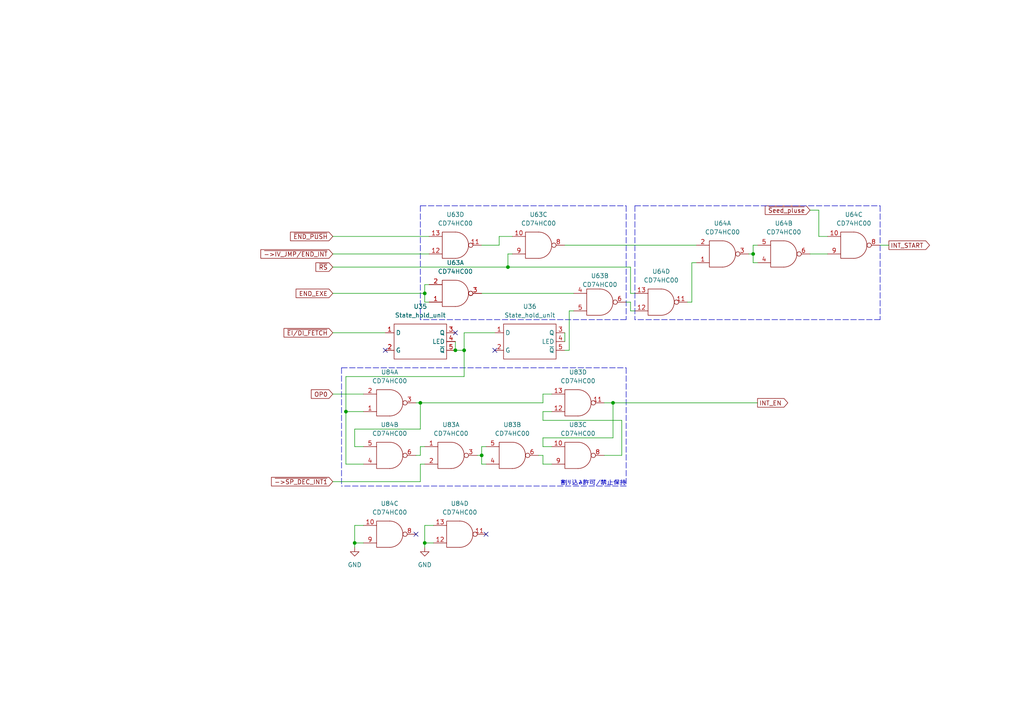
<source format=kicad_sch>
(kicad_sch (version 20211123) (generator eeschema)
  (paper "A4")
  (lib_symbols
    (symbol "CD74HCXX:CD74HC00" (pin_names (offset 0.762))
      (property "Reference" "U" (at -2.54 6.985 0))
      (property "Value" "CD74HC00" (at 1.27 5.08 0))
      (symbol "CD74HC00_0_0"
        (pin power_in line (at -2.54 2.54 0) (length 0) hide (name "VCC") (number "14"))
        (pin power_in line (at -2.54 -2.54 0) (length 0) hide (name "GND") (number "7"))
      )
      (symbol "CD74HC00_0_1"
        (arc (start 0 -3.81) (mid 3.81 0) (end 0 3.81))
        (polyline (pts (xy 0 3.81) (xy -3.81 3.81) (xy -3.81 -3.81) (xy 0 -3.81)))
      )
      (symbol "CD74HC00_0_2"
        (arc (start -4.445 -3.81) (mid -3.175 0) (end -4.445 3.81))
        (arc (start -3.175 -3.81) (mid 0.803 -2.7954) (end 3.81 0))
        (polyline (pts (xy -4.445 -3.81) (xy -3.175 -3.81)))
        (polyline (pts (xy -4.445 3.81) (xy -3.175 3.81)))
        (arc (start 3.81 0) (mid 0.8099 2.8117) (end -3.175 3.81))
      )
      (symbol "CD74HC00_1_1"
        (pin input line (at -7.62 2.54 0) (length 3.81) (name "~") (number "1"))
        (pin input line (at -7.62 -2.54 0) (length 3.81) (name "~") (number "2"))
        (pin output inverted (at 7.62 0 180) (length 3.81) (name "~") (number "3"))
      )
      (symbol "CD74HC00_1_2"
        (pin input inverted (at -7.62 2.54 0) (length 3.81) (name "~") (number "1"))
        (pin input inverted (at -7.62 -2.54 0) (length 3.81) (name "~") (number "2"))
        (pin output line (at 7.62 0 180) (length 3.81) (name "~") (number "3"))
      )
      (symbol "CD74HC00_2_1"
        (pin input line (at -7.62 2.54 0) (length 3.81) (name "~") (number "4"))
        (pin input line (at -7.62 -2.54 0) (length 3.81) (name "~") (number "5"))
        (pin output inverted (at 7.62 0 180) (length 3.81) (name "~") (number "6"))
      )
      (symbol "CD74HC00_2_2"
        (pin input inverted (at -7.62 2.54 0) (length 3.81) (name "~") (number "4"))
        (pin input inverted (at -7.62 -2.54 0) (length 3.81) (name "~") (number "5"))
        (pin output line (at 7.62 0 180) (length 3.81) (name "~") (number "6"))
      )
      (symbol "CD74HC00_3_1"
        (pin input line (at -7.62 -2.54 0) (length 3.81) (name "~") (number "10"))
        (pin output inverted (at 7.62 0 180) (length 3.81) (name "~") (number "8"))
        (pin input line (at -7.62 2.54 0) (length 3.81) (name "~") (number "9"))
      )
      (symbol "CD74HC00_3_2"
        (pin input inverted (at -7.62 -2.54 0) (length 3.81) (name "~") (number "10"))
        (pin output line (at 7.62 0 180) (length 3.81) (name "~") (number "8"))
        (pin input inverted (at -7.62 2.54 0) (length 3.81) (name "~") (number "9"))
      )
      (symbol "CD74HC00_4_1"
        (pin output inverted (at 7.62 0 180) (length 3.81) (name "~") (number "11"))
        (pin input line (at -7.62 2.54 0) (length 3.81) (name "~") (number "12"))
        (pin input line (at -7.62 -2.54 0) (length 3.81) (name "~") (number "13"))
      )
      (symbol "CD74HC00_4_2"
        (pin output line (at 7.62 0 180) (length 3.81) (name "~") (number "11"))
        (pin input inverted (at -7.62 2.54 0) (length 3.81) (name "~") (number "12"))
        (pin input inverted (at -7.62 -2.54 0) (length 3.81) (name "~") (number "13"))
      )
    )
    (symbol "State_hold_unit:State_hold_unit"
      (property "Reference" "U" (at 0 0 0))
      (property "Value" "State_hold_unit" (at 0 -12.7 0))
      (symbol "State_hold_unit_0_1"
        (rectangle (start -7.62 -1.27) (end 7.62 -11.43))
      )
      (symbol "State_hold_unit_1_1"
        (pin input line (at -10.16 -3.81 0) (length 2.54) (name "D") (number "1"))
        (pin input line (at -10.16 -8.89 0) (length 2.54) (name "G") (number "2"))
        (pin output line (at 10.16 -3.81 180) (length 2.54) (name "Q") (number "3"))
        (pin input line (at 10.16 -6.35 180) (length 2.54) (name "LED") (number "4"))
        (pin output line (at 10.16 -8.89 180) (length 2.54) (name "~{Q}") (number "5"))
      )
    )
    (symbol "power:GND" (power) (pin_names (offset 0))
      (property "Value" "GND" (at 0 -3.81 0))
      (symbol "GND_0_1"
        (polyline (pts (xy 0 0) (xy 0 -1.27) (xy 1.27 -1.27) (xy 0 -2.54) (xy -1.27 -1.27) (xy 0 -1.27)))
      )
      (symbol "GND_1_1"
        (pin power_in line (at 0 0 270) (length 0) hide (name "GND") (number "1"))
      )
    )
  )
  (junction (at 123.19 85.09))
  (junction (at 218.44 73.66))
  (junction (at 102.87 157.48))
  (junction (at 100.33 119.38))
  (junction (at 123.19 157.48))
  (junction (at 121.92 116.84))
  (junction (at 147.32 77.47))
  (junction (at 134.62 101.6))
  (junction (at 139.7 132.08))
  (junction (at 177.8 116.84))
  (junction (at 132.08 101.6))
  (no_connect (at 132.08 96.52))
  (no_connect (at 120.65 154.94))
  (no_connect (at 111.76 101.6))
  (no_connect (at 143.51 101.6))
  (no_connect (at 140.97 154.94))
  (wire (pts (xy 120.65 132.08) (xy 121.92 132.08)))
  (wire (pts (xy 102.87 157.48) (xy 105.41 157.48)))
  (wire (pts (xy 96.52 96.52) (xy 111.76 96.52)))
  (polyline (pts (xy 184.15 59.69) (xy 184.15 92.71)))
  (wire (pts (xy 120.65 116.84) (xy 121.92 116.84)))
  (wire (pts (xy 134.62 96.52) (xy 143.51 96.52)))
  (polyline (pts (xy 99.06 106.68) (xy 99.06 140.97)))
  (wire (pts (xy 123.19 157.48) (xy 125.73 157.48)))
  (wire (pts (xy 147.32 73.66) (xy 147.32 77.47)))
  (wire (pts (xy 121.92 134.62) (xy 121.92 139.7)))
  (wire (pts (xy 182.88 85.09) (xy 184.15 85.09)))
  (wire (pts (xy 182.88 90.17) (xy 182.88 87.63)))
  (wire (pts (xy 165.1 101.6) (xy 165.1 90.17)))
  (polyline (pts (xy 181.61 140.97) (xy 99.06 140.97)))
  (wire (pts (xy 132.08 99.06) (xy 132.08 101.6)))
  (wire (pts (xy 148.59 73.66) (xy 147.32 73.66)))
  (wire (pts (xy 96.52 114.3) (xy 105.41 114.3)))
  (wire (pts (xy 177.8 127) (xy 157.48 127)))
  (wire (pts (xy 140.97 134.62) (xy 139.7 134.62)))
  (wire (pts (xy 181.61 87.63) (xy 182.88 87.63)))
  (wire (pts (xy 257.81 71.12) (xy 255.27 71.12)))
  (wire (pts (xy 121.92 124.46) (xy 121.92 116.84)))
  (wire (pts (xy 123.19 158.75) (xy 123.19 157.48)))
  (wire (pts (xy 123.19 87.63) (xy 123.19 85.09)))
  (polyline (pts (xy 181.61 59.69) (xy 181.61 92.71)))
  (wire (pts (xy 175.26 116.84) (xy 177.8 116.84)))
  (wire (pts (xy 123.19 152.4) (xy 125.73 152.4)))
  (wire (pts (xy 123.19 157.48) (xy 123.19 152.4)))
  (wire (pts (xy 157.48 132.08) (xy 157.48 134.62)))
  (wire (pts (xy 96.52 77.47) (xy 147.32 77.47)))
  (wire (pts (xy 184.15 90.17) (xy 182.88 90.17)))
  (polyline (pts (xy 255.27 59.69) (xy 255.27 92.71)))
  (wire (pts (xy 121.92 116.84) (xy 157.48 116.84)))
  (wire (pts (xy 157.48 116.84) (xy 157.48 114.3)))
  (wire (pts (xy 237.49 60.96) (xy 237.49 68.58)))
  (wire (pts (xy 180.34 121.92) (xy 180.34 132.08)))
  (wire (pts (xy 144.78 68.58) (xy 148.59 68.58)))
  (wire (pts (xy 102.87 152.4) (xy 105.41 152.4)))
  (wire (pts (xy 139.7 129.54) (xy 140.97 129.54)))
  (wire (pts (xy 157.48 114.3) (xy 160.02 114.3)))
  (wire (pts (xy 163.83 71.12) (xy 201.93 71.12)))
  (wire (pts (xy 240.03 73.66) (xy 234.95 73.66)))
  (wire (pts (xy 157.48 134.62) (xy 160.02 134.62)))
  (wire (pts (xy 218.44 73.66) (xy 218.44 71.12)))
  (wire (pts (xy 123.19 85.09) (xy 123.19 82.55)))
  (wire (pts (xy 219.71 76.2) (xy 218.44 76.2)))
  (wire (pts (xy 100.33 109.22) (xy 100.33 119.38)))
  (wire (pts (xy 96.52 85.09) (xy 123.19 85.09)))
  (wire (pts (xy 102.87 158.75) (xy 102.87 157.48)))
  (wire (pts (xy 96.52 68.58) (xy 124.46 68.58)))
  (polyline (pts (xy 99.06 106.68) (xy 181.61 106.68)))
  (wire (pts (xy 121.92 132.08) (xy 121.92 129.54)))
  (wire (pts (xy 134.62 101.6) (xy 134.62 96.52)))
  (wire (pts (xy 124.46 87.63) (xy 123.19 87.63)))
  (wire (pts (xy 105.41 119.38) (xy 100.33 119.38)))
  (wire (pts (xy 218.44 71.12) (xy 219.71 71.12)))
  (wire (pts (xy 182.88 77.47) (xy 182.88 85.09)))
  (wire (pts (xy 165.1 90.17) (xy 166.37 90.17)))
  (wire (pts (xy 134.62 101.6) (xy 134.62 109.22)))
  (polyline (pts (xy 184.15 59.69) (xy 255.27 59.69)))
  (wire (pts (xy 163.83 101.6) (xy 165.1 101.6)))
  (polyline (pts (xy 121.92 59.69) (xy 121.92 92.71)))
  (wire (pts (xy 200.66 87.63) (xy 200.66 76.2)))
  (wire (pts (xy 156.21 132.08) (xy 157.48 132.08)))
  (wire (pts (xy 139.7 71.12) (xy 144.78 71.12)))
  (polyline (pts (xy 181.61 92.71) (xy 121.92 92.71)))
  (wire (pts (xy 218.44 76.2) (xy 218.44 73.66)))
  (wire (pts (xy 102.87 157.48) (xy 102.87 152.4)))
  (wire (pts (xy 157.48 121.92) (xy 180.34 121.92)))
  (wire (pts (xy 177.8 116.84) (xy 219.71 116.84)))
  (wire (pts (xy 102.87 124.46) (xy 121.92 124.46)))
  (polyline (pts (xy 121.92 59.69) (xy 181.61 59.69)))
  (polyline (pts (xy 255.27 92.71) (xy 184.15 92.71)))
  (wire (pts (xy 160.02 119.38) (xy 157.48 119.38)))
  (wire (pts (xy 96.52 139.7) (xy 121.92 139.7)))
  (wire (pts (xy 132.08 101.6) (xy 134.62 101.6)))
  (wire (pts (xy 100.33 119.38) (xy 100.33 134.62)))
  (wire (pts (xy 138.43 132.08) (xy 139.7 132.08)))
  (wire (pts (xy 100.33 134.62) (xy 105.41 134.62)))
  (wire (pts (xy 199.39 87.63) (xy 200.66 87.63)))
  (wire (pts (xy 102.87 129.54) (xy 102.87 124.46)))
  (wire (pts (xy 177.8 116.84) (xy 177.8 127)))
  (wire (pts (xy 237.49 68.58) (xy 240.03 68.58)))
  (wire (pts (xy 123.19 82.55) (xy 124.46 82.55)))
  (wire (pts (xy 157.48 127) (xy 157.48 129.54)))
  (wire (pts (xy 134.62 109.22) (xy 100.33 109.22)))
  (wire (pts (xy 139.7 85.09) (xy 166.37 85.09)))
  (wire (pts (xy 147.32 77.47) (xy 182.88 77.47)))
  (wire (pts (xy 96.52 73.66) (xy 124.46 73.66)))
  (wire (pts (xy 121.92 129.54) (xy 123.19 129.54)))
  (wire (pts (xy 157.48 129.54) (xy 160.02 129.54)))
  (wire (pts (xy 180.34 132.08) (xy 175.26 132.08)))
  (wire (pts (xy 123.19 134.62) (xy 121.92 134.62)))
  (wire (pts (xy 157.48 119.38) (xy 157.48 121.92)))
  (wire (pts (xy 234.95 60.96) (xy 237.49 60.96)))
  (wire (pts (xy 139.7 132.08) (xy 139.7 129.54)))
  (wire (pts (xy 200.66 76.2) (xy 201.93 76.2)))
  (wire (pts (xy 217.17 73.66) (xy 218.44 73.66)))
  (wire (pts (xy 163.83 96.52) (xy 163.83 99.06)))
  (wire (pts (xy 144.78 71.12) (xy 144.78 68.58)))
  (polyline (pts (xy 181.61 106.68) (xy 181.61 140.97)))
  (wire (pts (xy 139.7 134.62) (xy 139.7 132.08)))
  (wire (pts (xy 105.41 129.54) (xy 102.87 129.54)))
  (text "割り込み許可/禁止保持" (at 162.56 140.97 0) (effects (font (size 1.27 1.27)) (justify left bottom)))
  (global_label "END_EXE" (shape input) (at 96.52 85.09 180) (property "Intersheet References" "${INTERSHEET_REFS}" (effects hide)))
  (global_label "INT_EN" (shape output) (at 219.71 116.84 0) (property "Intersheet References" "${INTERSHEET_REFS}" (effects hide)))
  (global_label "INT_START" (shape output) (at 257.81 71.12 0) (property "Intersheet References" "${INTERSHEET_REFS}" (effects hide)))
  (global_label "~{END_PUSH}" (shape input) (at 96.52 68.58 180) (property "Intersheet References" "${INTERSHEET_REFS}" (effects hide)))
  (global_label "~{->SP_DEC_INT1}" (shape input) (at 96.52 139.7 180) (property "Intersheet References" "${INTERSHEET_REFS}" (effects hide)))
  (global_label "OP0" (shape input) (at 96.52 114.3 180) (property "Intersheet References" "${INTERSHEET_REFS}" (effects hide)))
  (global_label "~{Seed_pluse}" (shape input) (at 234.95 60.96 180) (property "Intersheet References" "${INTERSHEET_REFS}" (effects hide)))
  (global_label "~{EI{slash}DI_FETCH}" (shape input) (at 96.52 96.52 180) (property "Intersheet References" "${INTERSHEET_REFS}" (effects hide)))
  (global_label "~{RS}" (shape input) (at 96.52 77.47 180) (property "Intersheet References" "${INTERSHEET_REFS}" (effects hide)))
  (global_label "~{->IV_JMP{slash}END_INT}" (shape input) (at 96.52 73.66 180) (property "Intersheet References" "${INTERSHEET_REFS}" (effects hide)))
  (symbol (lib_id "CD74HCXX:CD74HC00") (at 156.21 71.12 0) (mirror x) (unit 3)
    (property "Reference" "U63" (at 156.21 62.23 0))
    (property "Value" "CD74HC00" (at 156.21 64.77 0))
    (property "Footprint" "Package_DIP:DIP-14_W7.62mm" (effects hide))
  )
  (symbol (lib_id "State_hold_unit:State_hold_unit") (at 121.92 92.71 0) (unit 1)
    (property "Reference" "U35" (at 121.92 88.9 0))
    (property "Value" "State_hold_unit" (at 121.92 91.44 0))
    (property "Footprint" "Connector_PinSocket_2.54mm:PinSocket_1x05_P2.54mm_Vertical" (effects hide))
  )
  (symbol (lib_id "CD74HCXX:CD74HC00") (at 167.64 132.08 0) (mirror x) (unit 3)
    (property "Reference" "U83" (at 167.64 123.19 0))
    (property "Value" "CD74HC00" (at 167.64 125.73 0))
    (property "Footprint" "Package_DIP:DIP-14_W7.62mm" (effects hide))
  )
  (symbol (lib_id "CD74HCXX:CD74HC00") (at 227.33 73.66 0) (mirror x) (unit 2)
    (property "Reference" "U64" (at 227.33 64.77 0))
    (property "Value" "CD74HC00" (at 227.33 67.31 0))
    (property "Footprint" "Package_DIP:DIP-14_W7.62mm" (effects hide))
  )
  (symbol (lib_id "CD74HCXX:CD74HC00") (at 173.99 87.63 0) (unit 2)
    (property "Reference" "U63" (at 173.99 80.01 0))
    (property "Value" "CD74HC00" (at 173.99 82.55 0))
    (property "Footprint" "Package_DIP:DIP-14_W7.62mm" (effects hide))
  )
  (symbol (lib_id "CD74HCXX:CD74HC00") (at 132.08 85.09 0) (mirror x) (unit 1)
    (property "Reference" "U63" (at 132.08 76.2 0))
    (property "Value" "CD74HC00" (at 132.08 78.74 0))
    (property "Footprint" "Package_DIP:DIP-14_W7.62mm" (effects hide))
  )
  (symbol (lib_id "CD74HCXX:CD74HC00") (at 191.77 87.63 0) (mirror x) (unit 4)
    (property "Reference" "U64" (at 191.77 78.74 0))
    (property "Value" "CD74HC00" (at 191.77 81.28 0))
    (property "Footprint" "Package_DIP:DIP-14_W7.62mm" (effects hide))
  )
  (symbol (lib_id "CD74HCXX:CD74HC00") (at 247.65 71.12 0) (mirror x) (unit 3)
    (property "Reference" "U64" (at 247.65 62.23 0))
    (property "Value" "CD74HC00" (at 247.65 64.77 0))
    (property "Footprint" "Package_DIP:DIP-14_W7.62mm" (effects hide))
  )
  (symbol (lib_id "CD74HCXX:CD74HC00") (at 113.03 116.84 0) (mirror x) (unit 1)
    (property "Reference" "U84" (at 113.03 107.95 0))
    (property "Value" "CD74HC00" (at 113.03 110.49 0))
    (property "Footprint" "Package_DIP:DIP-14_W7.62mm" (effects hide))
  )
  (symbol (lib_id "CD74HCXX:CD74HC00") (at 133.35 154.94 0) (mirror x) (unit 4)
    (property "Reference" "U84" (at 133.35 146.05 0))
    (property "Value" "CD74HC00" (at 133.35 148.59 0))
    (property "Footprint" "Package_DIP:DIP-14_W7.62mm" (effects hide))
  )
  (symbol (lib_id "State_hold_unit:State_hold_unit") (at 153.67 92.71 0) (unit 1)
    (property "Reference" "U36" (at 153.67 88.9 0))
    (property "Value" "State_hold_unit" (at 153.67 91.44 0))
    (property "Footprint" "Connector_PinSocket_2.54mm:PinSocket_1x05_P2.54mm_Vertical" (effects hide))
  )
  (symbol (lib_id "CD74HCXX:CD74HC00") (at 113.03 132.08 0) (mirror x) (unit 2)
    (property "Reference" "U84" (at 113.03 123.19 0))
    (property "Value" "CD74HC00" (at 113.03 125.73 0))
    (property "Footprint" "Package_DIP:DIP-14_W7.62mm" (effects hide))
  )
  (symbol (lib_id "power:GND") (at 123.19 158.75 0) (unit 1)
    (property "Reference" "#PWR019" (effects hide))
    (property "Value" "GND" (at 123.19 163.83 0))
  )
  (symbol (lib_id "CD74HCXX:CD74HC00") (at 167.64 116.84 0) (mirror x) (unit 4)
    (property "Reference" "U83" (at 167.64 107.95 0))
    (property "Value" "CD74HC00" (at 167.64 110.49 0))
    (property "Footprint" "Package_DIP:DIP-14_W7.62mm" (effects hide))
  )
  (symbol (lib_id "CD74HCXX:CD74HC00") (at 209.55 73.66 0) (mirror x) (unit 1)
    (property "Reference" "U64" (at 209.55 64.77 0))
    (property "Value" "CD74HC00" (at 209.55 67.31 0))
    (property "Footprint" "Package_DIP:DIP-14_W7.62mm" (effects hide))
  )
  (symbol (lib_id "CD74HCXX:CD74HC00") (at 132.08 71.12 0) (mirror x) (unit 4)
    (property "Reference" "U63" (at 132.08 62.23 0))
    (property "Value" "CD74HC00" (at 132.08 64.77 0))
    (property "Footprint" "Package_DIP:DIP-14_W7.62mm" (effects hide))
  )
  (symbol (lib_id "CD74HCXX:CD74HC00") (at 148.59 132.08 0) (mirror x) (unit 2)
    (property "Reference" "U83" (at 148.59 123.19 0))
    (property "Value" "CD74HC00" (at 148.59 125.73 0))
    (property "Footprint" "Package_DIP:DIP-14_W7.62mm" (effects hide))
  )
  (symbol (lib_id "CD74HCXX:CD74HC00") (at 130.81 132.08 0) (unit 1)
    (property "Reference" "U83" (at 130.81 123.19 0))
    (property "Value" "CD74HC00" (at 130.81 125.73 0))
    (property "Footprint" "Package_DIP:DIP-14_W7.62mm" (effects hide))
  )
  (symbol (lib_id "power:GND") (at 102.87 158.75 0) (unit 1)
    (property "Reference" "#PWR018" (effects hide))
    (property "Value" "GND" (at 102.87 163.83 0))
  )
  (symbol (lib_id "CD74HCXX:CD74HC00") (at 113.03 154.94 0) (mirror x) (unit 3)
    (property "Reference" "U84" (at 113.03 146.05 0))
    (property "Value" "CD74HC00" (at 113.03 148.59 0))
    (property "Footprint" "Package_DIP:DIP-14_W7.62mm" (effects hide))
  )
)
</source>
